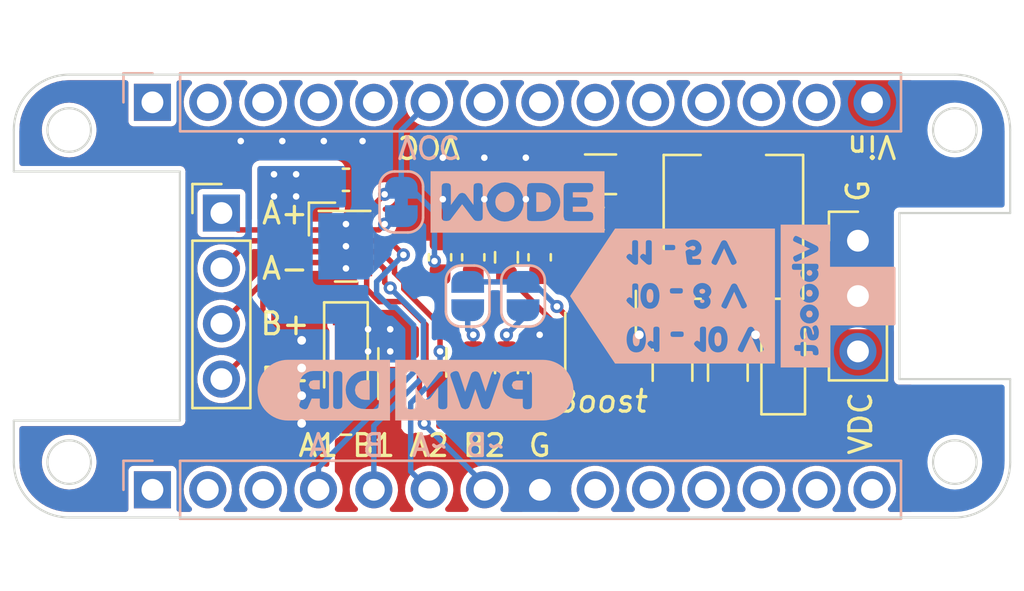
<source format=kicad_pcb>
(kicad_pcb (version 20211014) (generator pcbnew)
  (title_block (title "LiPo Boost and Motor Driver Extension Board") (date "2023-05-28") (rev "v1.0.0") (company "Shadman Habib"))
  (layers (0 "F.Cu" signal) (31 "B.Cu" signal) (34 "B.Paste" user) (35 "F.Paste" user) (36 "B.SilkS" user "B.Silkscreen") (37 "F.SilkS" user "F.Silkscreen") (38 "B.Mask" user) (39 "F.Mask" user) (44 "Edge.Cuts" user))
  (net 0 "")
  (net 4 "/Vin")
  (net 5 "GND")
  (net 6 "+3V3")
  (net 7 "Net-(C4-Pad1)")
  (net 8 "Vdrive")
  (net 15 "Net-(C6-Pad1)")
  (net 16 "/Vboost")
  (net 17 "Net-(D1-Pad2)")
  (net 18 "VDC")
  (net 19 "/AIN1")
  (net 20 "/BIN1")
  (net 21 "/AIN2")
  (net 22 "/BIN2")
  (net 23 "/M1+")
  (net 24 "/M1-")
  (net 25 "/M2-")
  (net 26 "/M2+")
  (net 39 "Net-(JP1-Pad2)")
  (net 40 "Net-(JP2-Pad1)")
  (net 41 "Net-(JP2-Pad2)")
  (net 42 "Net-(JP3-Pad2)")
  (net 43 "Net-(R1-Pad1)")
  (footprint "Capacitor_SMD:C_0603_1608Metric" (layer "F.Cu") (at 137.16 93.726)
    (fp_text reference "C5" hide)
    (fp_text value "0.1uF")
    (pad "1" smd roundrect locked (at -0.775 0) (size 0.9 0.95) (layers "F.Cu" "F.Paste" "F.Mask") (net 8 "Vdrive"))
    (pad "2" smd roundrect locked (at 0.775 0) (size 0.9 0.95) (layers "F.Cu" "F.Paste" "F.Mask") (net 5 "GND"))
  )
  (footprint "Capacitor_SMD:C_1206_3216Metric" (layer "F.Cu") (at 148.844 93.472 180)
    (fp_text reference "C1" hide)
    (fp_text value "10uF")
    (pad "1" smd roundrect locked (at -1.475 0 180) (size 1.15 1.8) (layers "F.Cu" "F.Paste" "F.Mask") (roundrect_rratio 0.217391) (net 4 "/Vin"))
    (pad "2" smd roundrect locked (at 1.475 0 180) (size 1.15 1.8) (layers "F.Cu" "F.Paste" "F.Mask") (roundrect_rratio 0.217391) (net 5 "GND"))
  )
  (footprint "Package_SON:WSON-12-1EP_3x2mm_P0.5mm_EP1x2.65" (layer "F.Cu") (at 137.16 96.774)
    (fp_text reference "U2" hide)
    (fp_text value "DRV8835")
    (pad "1" smd rect locked (at -0.95 -1.25) (size 0.5 0.25) (layers "F.Cu" "F.Paste" "F.Mask") (net 8 "Vdrive"))
    (pad "2" smd rect locked (at -0.95 -0.75) (size 0.5 0.25) (layers "F.Cu" "F.Paste" "F.Mask") (net 23 "/M1+"))
    (pad "3" smd rect locked (at -0.95 -0.25) (size 0.5 0.25) (layers "F.Cu" "F.Paste" "F.Mask") (net 24 "/M1-"))
    (pad "4" smd rect locked (at -0.95 0.25) (size 0.5 0.25) (layers "F.Cu" "F.Paste" "F.Mask") (net 26 "/M2+"))
    (pad "5" smd rect locked (at -0.95 0.75) (size 0.5 0.25) (layers "F.Cu" "F.Paste" "F.Mask") (net 25 "/M2-"))
    (pad "6" smd rect locked (at -0.95 1.25) (size 0.5 0.25) (layers "F.Cu" "F.Paste" "F.Mask") (net 5 "GND"))
    (pad "7" smd rect locked (at 0.95 1.25) (size 0.5 0.25) (layers "F.Cu" "F.Paste" "F.Mask") (net 22 "/BIN2"))
    (pad "8" smd rect locked (at 0.95 0.75) (size 0.5 0.25) (layers "F.Cu" "F.Paste" "F.Mask") (net 20 "/BIN1"))
    (pad "9" smd rect locked (at 0.95 0.25) (size 0.5 0.25) (layers "F.Cu" "F.Paste" "F.Mask") (net 21 "/AIN2"))
    (pad "10" smd rect locked (at 0.95 -0.25) (size 0.5 0.25) (layers "F.Cu" "F.Paste" "F.Mask") (net 19 "/AIN1"))
    (pad "11" smd rect locked (at 0.95 -0.75) (size 0.5 0.25) (layers "F.Cu" "F.Paste" "F.Mask") (net 39 "Net-(JP1-Pad2)"))
    (pad "12" smd rect locked (at 0.95 -1.25) (size 0.5 0.25) (layers "F.Cu" "F.Paste" "F.Mask") (net 6 "+3V3"))
    (pad "13" smd rect locked (at 0 0) (size 1 2.65) (layers "F.Cu" "F.Mask") (net 5 "GND"))
  )
  (footprint "Capacitor_SMD:C_0603_1608Metric" (layer "F.Cu") (at 143.002 97.282 90)
    (fp_text reference "C6" hide)
    (fp_text value "1.1nF")
    (pad "1" smd roundrect locked (at -0.775 0 90) (size 0.9 0.95) (layers "F.Cu" "F.Paste" "F.Mask") (net 15 "Net-(C6-Pad1)"))
    (pad "2" smd roundrect locked (at 0.775 0 90) (size 0.9 0.95) (layers "F.Cu" "F.Paste" "F.Mask") (net 5 "GND"))
  )
  (footprint "Resistor_SMD:R_0603_1608Metric" (layer "F.Cu") (at 143.002 102.362 90)
    (fp_text reference "R4" hide)
    (fp_text value "100k")
    (pad "1" smd roundrect locked (at -0.825 0 90) (size 0.8 0.95) (layers "F.Cu" "F.Paste" "F.Mask") (net 16 "/Vboost"))
    (pad "2" smd roundrect locked (at 0.825 0 90) (size 0.8 0.95) (layers "F.Cu" "F.Paste" "F.Mask") (net 42 "Net-(JP3-Pad2)"))
  )
  (footprint "Inductor_SMD:L_6.3x6.3_H3" (layer "F.Cu") (at 154.94 95.885 -90)
    (fp_text reference "L1" hide)
    (fp_text value "3.3uH")
    (pad "1" smd rect locked (at -2.75 0 270) (size 1.5 2.4) (layers "F.Cu" "F.Paste" "F.Mask") (net 4 "/Vin"))
    (pad "2" smd rect locked (at 2.75 0 270) (size 1.5 2.4) (layers "F.Cu" "F.Paste" "F.Mask") (net 17 "Net-(D1-Pad2)"))
  )
  (footprint "Capacitor_SMD:C_0603_1608Metric" (layer "F.Cu") (at 146.05 97.282 90)
    (fp_text reference "C4" hide)
    (fp_text value "0.1uF")
    (pad "1" smd roundrect locked (at -0.775 0 90) (size 0.9 0.95) (layers "F.Cu" "F.Paste" "F.Mask") (net 7 "Net-(C4-Pad1)"))
    (pad "2" smd roundrect locked (at 0.775 0 90) (size 0.9 0.95) (layers "F.Cu" "F.Paste" "F.Mask") (net 5 "GND"))
  )
  (footprint "Diode_SMD:D_SOD-123" (layer "F.Cu") (at 137.16 101.6 -90)
    (fp_text reference "D2" hide)
    (fp_text value "1N5819")
    (pad "1" smd rect locked (at -1.65 0 270) (size 0.9 1.2) (layers "F.Cu" "F.Paste" "F.Mask") (net 8 "Vdrive"))
    (pad "2" smd rect locked (at 1.65 0 270) (size 0.9 1.2) (layers "F.Cu" "F.Paste" "F.Mask") (net 18 "VDC"))
  )
  (footprint "Resistor_SMD:R_0603_1608Metric" (layer "F.Cu") (at 146.05 102.362 90)
    (fp_text reference "R3" hide)
    (fp_text value "18.2k")
    (pad "1" smd roundrect locked (at -0.825 0 90) (size 0.8 0.95) (layers "F.Cu" "F.Paste" "F.Mask") (net 40 "Net-(JP2-Pad1)"))
    (pad "2" smd roundrect locked (at 0.825 0 90) (size 0.8 0.95) (layers "F.Cu" "F.Paste" "F.Mask") (net 5 "GND"))
  )
  (footprint "Resistor_SMD:R_0603_1608Metric" (layer "F.Cu") (at 137.16 104.902 180)
    (fp_text reference "R5" hide)
    (fp_text value "100k")
    (pad "1" smd roundrect locked (at -0.825 0 180) (size 0.8 0.95) (layers "F.Cu" "F.Paste" "F.Mask") (net 18 "VDC"))
    (pad "2" smd roundrect locked (at 0.825 0 180) (size 0.8 0.95) (layers "F.Cu" "F.Paste" "F.Mask") (net 5 "GND"))
  )
  (footprint "Capacitor_SMD:C_1206_3216Metric" (layer "F.Cu") (at 154.686 102.235 90)
    (fp_text reference "C8" hide)
    (fp_text value "10uF")
    (pad "1" smd roundrect locked (at -1.475 0 90) (size 1.15 1.8) (layers "F.Cu" "F.Paste" "F.Mask") (roundrect_rratio 0.217391) (net 16 "/Vboost"))
    (pad "2" smd roundrect locked (at 1.475 0 90) (size 1.15 1.8) (layers "F.Cu" "F.Paste" "F.Mask") (roundrect_rratio 0.217391) (net 5 "GND"))
  )
  (footprint "Package_TO_SOT_SMD:SOT-23" (layer "F.Cu") (at 140.208 102.108 90)
    (fp_text reference "Q1" hide)
    (fp_text value "AO3401A")
    (pad "1" smd roundrect locked (at -0.9375 -0.95 90) (size 1.475 0.6) (layers "F.Cu" "F.Paste" "F.Mask") (net 18 "VDC"))
    (pad "2" smd roundrect locked (at -0.9375 0.95 90) (size 1.475 0.6) (layers "F.Cu" "F.Paste" "F.Mask") (net 16 "/Vboost"))
    (pad "3" smd roundrect locked (at 0.9375 0 90) (size 1.475 0.6) (layers "F.Cu" "F.Paste" "F.Mask") (net 8 "Vdrive"))
  )
  (footprint "Connector_PinHeader_2.54mm:PinHeader_1x03_P2.54mm_Vertical" (layer "F.Cu") (at 160.655 96.52)
    (fp_text reference "J2" hide)
    (fp_text value "Conn_01x03")
    (pad "1" thru_hole rect locked (at 0 0) (size 1.7 1.7) (drill 1) (layers *.Cu *.Mask) (net 5 "GND"))
    (pad "2" thru_hole oval locked (at 0 2.54) (size 1.7 1.7) (drill 1) (layers *.Cu *.Mask) (net 16 "/Vboost"))
    (pad "3" thru_hole oval locked (at 0 5.08) (size 1.7 1.7) (drill 1) (layers *.Cu *.Mask) (net 18 "VDC"))
  )
  (footprint "Resistor_SMD:R_0603_1608Metric" (layer "F.Cu") (at 144.526 102.362 90)
    (fp_text reference "R2" hide)
    (fp_text value "130k")
    (pad "1" smd roundrect locked (at -0.825 0 90) (size 0.8 0.95) (layers "F.Cu" "F.Paste" "F.Mask") (net 16 "/Vboost"))
    (pad "2" smd roundrect locked (at 0.825 0 90) (size 0.8 0.95) (layers "F.Cu" "F.Paste" "F.Mask") (net 41 "Net-(JP2-Pad2)"))
  )
  (footprint "Capacitor_SMD:C_1206_3216Metric" (layer "F.Cu") (at 152.146 102.235 90)
    (fp_text reference "C7" hide)
    (fp_text value "10uF")
    (pad "1" smd roundrect locked (at -1.475 0 90) (size 1.15 1.8) (layers "F.Cu" "F.Paste" "F.Mask") (roundrect_rratio 0.217391) (net 16 "/Vboost"))
    (pad "2" smd roundrect locked (at 1.475 0 90) (size 1.15 1.8) (layers "F.Cu" "F.Paste" "F.Mask") (roundrect_rratio 0.217391) (net 5 "GND"))
  )
  (footprint "Capacitor_SMD:C_0603_1608Metric" (layer "F.Cu") (at 148.844 95.504 180)
    (fp_text reference "C2" hide)
    (fp_text value "1uF")
    (pad "1" smd roundrect locked (at -0.775 0 180) (size 0.9 0.95) (layers "F.Cu" "F.Paste" "F.Mask") (net 4 "/Vin"))
    (pad "2" smd roundrect locked (at 0.775 0 180) (size 0.9 0.95) (layers "F.Cu" "F.Paste" "F.Mask") (net 5 "GND"))
  )
  (footprint "Connector_PinHeader_2.54mm:PinHeader_1x04_P2.54mm_Vertical" (layer "F.Cu") (at 131.445 95.25)
    (fp_text reference "J3" hide)
    (fp_text value "Conn_01x04")
    (pad "1" thru_hole rect locked (at 0 0) (size 1.7 1.7) (drill 1) (layers *.Cu *.Mask) (net 23 "/M1+"))
    (pad "2" thru_hole oval locked (at 0 2.54) (size 1.7 1.7) (drill 1) (layers *.Cu *.Mask) (net 24 "/M1-"))
    (pad "3" thru_hole oval locked (at 0 5.08) (size 1.7 1.7) (drill 1) (layers *.Cu *.Mask) (net 26 "/M2+"))
    (pad "4" thru_hole oval locked (at 0 7.62) (size 1.7 1.7) (drill 1) (layers *.Cu *.Mask) (net 25 "/M2-"))
  )
  (footprint "Diode_SMD:D_SOD-123" (layer "F.Cu") (at 157.226 102.235 90)
    (fp_text reference "D1" hide)
    (fp_text value "1N5819")
    (pad "1" smd rect locked (at -1.65 0 90) (size 0.9 1.2) (layers "F.Cu" "F.Paste" "F.Mask") (net 16 "/Vboost"))
    (pad "2" smd rect locked (at 1.65 0 90) (size 0.9 1.2) (layers "F.Cu" "F.Paste" "F.Mask") (net 17 "Net-(D1-Pad2)"))
  )
  (footprint "Package_SO:VSSOP-8_3.0x3.0mm_P0.65mm" (layer "F.Cu") (at 148.844 99.822 90)
    (fp_text reference "U1" hide)
    (fp_text value "TPS61085T")
    (pad "1" smd rect locked (at -2.2 -0.975) (size 0.45 1.45) (layers "F.Cu" "F.Paste" "F.Mask") (net 43 "Net-(R1-Pad1)"))
    (pad "2" smd rect locked (at -2.2 -0.325) (size 0.45 1.45) (layers "F.Cu" "F.Paste" "F.Mask") (net 40 "Net-(JP2-Pad1)"))
    (pad "3" smd rect locked (at -2.2 0.325) (size 0.45 1.45) (layers "F.Cu" "F.Paste" "F.Mask") (net 4 "/Vin"))
    (pad "4" smd rect locked (at -2.2 0.975) (size 0.45 1.45) (layers "F.Cu" "F.Paste" "F.Mask") (net 5 "GND"))
    (pad "5" smd rect locked (at 2.2 0.975) (size 0.45 1.45) (layers "F.Cu" "F.Paste" "F.Mask") (net 17 "Net-(D1-Pad2)"))
    (pad "6" smd rect locked (at 2.2 0.325) (size 0.45 1.45) (layers "F.Cu" "F.Paste" "F.Mask") (net 4 "/Vin"))
    (pad "7" smd rect locked (at 2.2 -0.325) (size 0.45 1.45) (layers "F.Cu" "F.Paste" "F.Mask") (net 4 "/Vin"))
    (pad "8" smd rect locked (at 2.2 -0.975) (size 0.45 1.45) (layers "F.Cu" "F.Paste" "F.Mask") (net 7 "Net-(C4-Pad1)"))
  )
  (footprint "Capacitor_SMD:C_0603_1608Metric" (layer "F.Cu") (at 141.478 97.282 -90)
    (fp_text reference "C3" hide)
    (fp_text value "0.1uF")
    (pad "1" smd roundrect locked (at -0.775 0 270) (size 0.9 0.95) (layers "F.Cu" "F.Paste" "F.Mask") (net 5 "GND"))
    (pad "2" smd roundrect locked (at 0.775 0 270) (size 0.9 0.95) (layers "F.Cu" "F.Paste" "F.Mask") (net 6 "+3V3"))
  )
  (footprint "Resistor_SMD:R_0603_1608Metric" (layer "F.Cu") (at 144.526 97.282 90)
    (fp_text reference "R1" hide)
    (fp_text value "30k")
    (pad "1" smd roundrect locked (at -0.825 0 90) (size 0.8 0.95) (layers "F.Cu" "F.Paste" "F.Mask") (net 43 "Net-(R1-Pad1)"))
    (pad "2" smd roundrect locked (at 0.825 0 90) (size 0.8 0.95) (layers "F.Cu" "F.Paste" "F.Mask") (net 15 "Net-(C6-Pad1)"))
  )
  (footprint "Jumper:SolderJumper-2_P1.3mm_Open_RoundedPad1.0x1.5mm" (layer "B.Cu") (at 145.288 99.06 -90)
    (fp_text reference "JP2" hide)
    (fp_text value "SolderJumper_2_Open")
    (pad "1" smd custom locked (at -0.65 0 270) (size 1 0.5) (layers "B.Cu" "B.Mask") (net 40 "Net-(JP2-Pad1)") (options (clearance outline) (anchor rect)) (primitives (gr_circle (center 0 -0.25) (end 0.5 -0.25) (width 0) (fill yes)) (gr_circle (center 0 0.25) (end 0.5 0.25) (width 0) (fill yes)) (gr_poly (pts (xy 0.5 0.75) (xy 0 0.75) (xy 0 -0.75) (xy 0.5 -0.75)) (width 0) (fill yes))))
    (pad "2" smd custom locked (at 0.65 0 270) (size 1 0.5) (layers "B.Cu" "B.Mask") (net 41 "Net-(JP2-Pad2)") (options (clearance outline) (anchor rect)) (primitives (gr_circle (center 0 -0.25) (end 0.5 -0.25) (width 0) (fill yes)) (gr_circle (center 0 0.25) (end 0.5 0.25) (width 0) (fill yes)) (gr_poly (pts (xy 0 0.75) (xy -0.5 0.75) (xy -0.5 -0.75) (xy 0 -0.75)) (width 0) (fill yes))))
  )
  (footprint "kibuzzard-6471C20C" (layer "B.Cu") (at 158.242 99.06 -90)
    (fp_text reference "kibuzzard-6471C20C" hide)
    (fp_text value "G***" hide)
  )
  (footprint "kibuzzard-6471BDC6" (layer "B.Cu") (at 136.144 103.378 180)
    (fp_text reference "kibuzzard-6471BDC6" hide)
    (fp_text value "G***" hide)
  )
  (footprint "kibuzzard-6471C159" (layer "B.Cu") (at 152.146 99.06)
    (fp_text reference "kibuzzard-6471C159" hide)
    (fp_text value "G***" hide)
  )
  (footprint "Connector_PinHeader_2.54mm:PinHeader_1x14_P2.54mm_Vertical" (layer "B.Cu") (at 128.28 90.17 -90)
    (fp_text reference "J4" hide)
    (fp_text value "Conn_01x14")
    (pad "1" thru_hole rect locked (at 0 0 270) (size 1.7 1.7) (drill 1) (layers *.Cu *.Mask))
    (pad "2" thru_hole oval locked (at 0 -2.54 270) (size 1.7 1.7) (drill 1) (layers *.Cu *.Mask))
    (pad "3" thru_hole oval locked (at 0 -5.08 270) (size 1.7 1.7) (drill 1) (layers *.Cu *.Mask))
    (pad "4" thru_hole oval locked (at 0 -7.62 270) (size 1.7 1.7) (drill 1) (layers *.Cu *.Mask))
    (pad "5" thru_hole oval locked (at 0 -10.16 270) (size 1.7 1.7) (drill 1) (layers *.Cu *.Mask))
    (pad "6" thru_hole oval locked (at 0 -12.7 270) (size 1.7 1.7) (drill 1) (layers *.Cu *.Mask) (net 6 "+3V3"))
    (pad "7" thru_hole oval locked (at 0 -15.24 270) (size 1.7 1.7) (drill 1) (layers *.Cu *.Mask))
    (pad "8" thru_hole oval locked (at 0 -17.78 270) (size 1.7 1.7) (drill 1) (layers *.Cu *.Mask))
    (pad "9" thru_hole oval locked (at 0 -20.32 270) (size 1.7 1.7) (drill 1) (layers *.Cu *.Mask))
    (pad "10" thru_hole oval locked (at 0 -22.86 270) (size 1.7 1.7) (drill 1) (layers *.Cu *.Mask))
    (pad "11" thru_hole oval locked (at 0 -25.4 270) (size 1.7 1.7) (drill 1) (layers *.Cu *.Mask))
    (pad "12" thru_hole oval locked (at 0 -27.94 270) (size 1.7 1.7) (drill 1) (layers *.Cu *.Mask))
    (pad "13" thru_hole oval locked (at 0 -30.48 270) (size 1.7 1.7) (drill 1) (layers *.Cu *.Mask))
    (pad "14" thru_hole oval locked (at 0 -33.02 270) (size 1.7 1.7) (drill 1) (layers *.Cu *.Mask) (net 4 "/Vin"))
  )
  (footprint "Connector_PinHeader_2.54mm:PinHeader_1x14_P2.54mm_Vertical" (layer "B.Cu") (at 128.28 107.95 -90)
    (fp_text reference "J1" hide)
    (fp_text value "Conn_01x14")
    (pad "1" thru_hole rect locked (at 0 0 270) (size 1.7 1.7) (drill 1) (layers *.Cu *.Mask))
    (pad "2" thru_hole oval locked (at 0 -2.54 270) (size 1.7 1.7) (drill 1) (layers *.Cu *.Mask))
    (pad "3" thru_hole oval locked (at 0 -5.08 270) (size 1.7 1.7) (drill 1) (layers *.Cu *.Mask))
    (pad "4" thru_hole oval locked (at 0 -7.62 270) (size 1.7 1.7) (drill 1) (layers *.Cu *.Mask) (net 19 "/AIN1"))
    (pad "5" thru_hole oval locked (at 0 -10.16 270) (size 1.7 1.7) (drill 1) (layers *.Cu *.Mask) (net 20 "/BIN1"))
    (pad "6" thru_hole oval locked (at 0 -12.7 270) (size 1.7 1.7) (drill 1) (layers *.Cu *.Mask) (net 21 "/AIN2"))
    (pad "7" thru_hole oval locked (at 0 -15.24 270) (size 1.7 1.7) (drill 1) (layers *.Cu *.Mask) (net 22 "/BIN2"))
    (pad "8" thru_hole oval locked (at 0 -17.78 270) (size 1.7 1.7) (drill 1) (layers *.Cu *.Mask) (net 5 "GND"))
    (pad "9" thru_hole oval locked (at 0 -20.32 270) (size 1.7 1.7) (drill 1) (layers *.Cu *.Mask))
    (pad "10" thru_hole oval locked (at 0 -22.86 270) (size 1.7 1.7) (drill 1) (layers *.Cu *.Mask))
    (pad "11" thru_hole oval locked (at 0 -25.4 270) (size 1.7 1.7) (drill 1) (layers *.Cu *.Mask))
    (pad "12" thru_hole oval locked (at 0 -27.94 270) (size 1.7 1.7) (drill 1) (layers *.Cu *.Mask))
    (pad "13" thru_hole oval locked (at 0 -30.48 270) (size 1.7 1.7) (drill 1) (layers *.Cu *.Mask))
    (pad "14" thru_hole oval locked (at 0 -33.02 270) (size 1.7 1.7) (drill 1) (layers *.Cu *.Mask))
  )
  (footprint "kibuzzard-6471BDE7" (layer "B.Cu") (at 143.51 103.378 180)
    (fp_text reference "kibuzzard-6471BDE7" hide)
    (fp_text value "G***" hide)
  )
  (footprint "Jumper:SolderJumper-2_P1.3mm_Open_RoundedPad1.0x1.5mm" (layer "B.Cu") (at 142.748 99.06 -90)
    (fp_text reference "JP3" hide)
    (fp_text value "SolderJumper_2_Open")
    (pad "1" smd custom locked (at -0.65 0 270) (size 1 0.5) (layers "B.Cu" "B.Mask") (net 40 "Net-(JP2-Pad1)") (options (clearance outline) (anchor rect)) (primitives (gr_circle (center 0 -0.25) (end 0.5 -0.25) (width 0) (fill yes)) (gr_circle (center 0 0.25) (end 0.5 0.25) (width 0) (fill yes)) (gr_poly (pts (xy 0.5 0.75) (xy 0 0.75) (xy 0 -0.75) (xy 0.5 -0.75)) (width 0) (fill yes))))
    (pad "2" smd custom locked (at 0.65 0 270) (size 1 0.5) (layers "B.Cu" "B.Mask") (net 42 "Net-(JP3-Pad2)") (options (clearance outline) (anchor rect)) (primitives (gr_circle (center 0 -0.25) (end 0.5 -0.25) (width 0) (fill yes)) (gr_circle (center 0 0.25) (end 0.5 0.25) (width 0) (fill yes)) (gr_poly (pts (xy 0 0.75) (xy -0.5 0.75) (xy -0.5 -0.75) (xy 0 -0.75)) (width 0) (fill yes))))
  )
  (footprint "Jumper:SolderJumper-2_P1.3mm_Bridged_RoundedPad1.0x1.5mm" (layer "B.Cu") (at 139.7 94.742 -90)
    (fp_text reference "JP1" hide)
    (fp_text value "SolderJumper_2_Bridged")
    (fp_poly (pts (xy 0.25 0.3) (xy -0.25 0.3) (xy -0.25 -0.3) (xy 0.25 -0.3)) (layer "B.Cu") (width 0) (fill solid))
    (pad "1" smd custom locked (at -0.65 0 270) (size 1 0.5) (layers "B.Cu" "B.Mask") (net 6 "+3V3") (options (clearance outline) (anchor rect)) (primitives (gr_circle (center 0 -0.25) (end 0.5 -0.25) (width 0) (fill yes)) (gr_circle (center 0 0.25) (end 0.5 0.25) (width 0) (fill yes)) (gr_poly (pts (xy 0.5 0.75) (xy 0 0.75) (xy 0 -0.75) (xy 0.5 -0.75)) (width 0) (fill yes))))
    (pad "2" smd custom locked (at 0.65 0 270) (size 1 0.5) (layers "B.Cu" "B.Mask") (net 39 "Net-(JP1-Pad2)") (options (clearance outline) (anchor rect)) (primitives (gr_circle (center 0 -0.25) (end 0.5 -0.25) (width 0) (fill yes)) (gr_circle (center 0 0.25) (end 0.5 0.25) (width 0) (fill yes)) (gr_poly (pts (xy 0 0.75) (xy -0.5 0.75) (xy -0.5 -0.75) (xy 0 -0.75)) (width 0) (fill yes))))
  )
  (footprint "kibuzzard-6471BF11" (layer "B.Cu") (at 145.034 94.742)
    (fp_text reference "kibuzzard-6471BF11" hide)
    (fp_text value "G***" hide)
  )
  (gr_rect (start 162.306 97.79) (end 159.258 100.33) (layer "B.SilkS") (width 0.15) (fill solid))
  (gr_line (start 129.54 104.775) (end 129.54 93.345) (layer "Edge.Cuts") (width 0.1))
  (gr_circle (center 165.1 106.68) (end 166.1 106.68) (layer "Edge.Cuts") (width 0.1) (fill none))
  (gr_line (start 162.56 95.25) (end 167.64 95.25) (layer "Edge.Cuts") (width 0.1))
  (gr_line (start 124.46 88.9) (end 165.1 88.9) (layer "Edge.Cuts") (width 0.1))
  (gr_arc (start 121.92 91.44) (mid 122.663949 89.643949) (end 124.46 88.9) (layer "Edge.Cuts") (width 0.1))
  (gr_line (start 121.92 104.775) (end 129.54 104.775) (layer "Edge.Cuts") (width 0.1))
  (gr_arc (start 165.1 88.9) (mid 166.896051 89.643949) (end 167.64 91.44) (layer "Edge.Cuts") (width 0.1))
  (gr_line (start 162.56 102.87) (end 162.56 95.25) (layer "Edge.Cuts") (width 0.1))
  (gr_arc (start 124.46 109.22) (mid 122.663949 108.476051) (end 121.92 106.68) (layer "Edge.Cuts") (width 0.1))
  (gr_circle (center 165.1 91.44) (end 166.1 91.44) (layer "Edge.Cuts") (width 0.1) (fill none))
  (gr_line (start 167.64 95.25) (end 167.64 91.44) (layer "Edge.Cuts") (width 0.1))
  (gr_line (start 167.64 102.87) (end 162.56 102.87) (layer "Edge.Cuts") (width 0.1))
  (gr_line (start 121.92 104.775) (end 121.92 106.68) (layer "Edge.Cuts") (width 0.1))
  (gr_line (start 167.64 106.68) (end 167.64 102.87) (layer "Edge.Cuts") (width 0.1))
  (gr_line (start 121.92 93.345) (end 121.92 91.44) (layer "Edge.Cuts") (width 0.1))
  (gr_line (start 165.1 109.22) (end 124.46 109.22) (layer "Edge.Cuts") (width 0.1))
  (gr_arc (start 167.64 106.68) (mid 166.896051 108.476051) (end 165.1 109.22) (layer "Edge.Cuts") (width 0.1))
  (gr_circle (center 124.46 106.68) (end 125.46 106.68) (layer "Edge.Cuts") (width 0.1) (fill none))
  (gr_line (start 129.54 93.345) (end 121.92 93.345) (layer "Edge.Cuts") (width 0.1))
  (gr_circle (center 124.46 91.44) (end 125.46 91.44) (layer "Edge.Cuts") (width 0.1) (fill none))
  (gr_text "VCC" (at 140.97 92.202 -180) (layer "B.SilkS") (effects (font (size 1 1)) (justify mirror)))
  (gr_text "~A" (at 140.97 105.918) (layer "B.SilkS") (effects (font (size 1 1)) (justify mirror)))
  (gr_text "A" (at 135.89 105.918) (layer "B.SilkS") (effects (font (size 1 1)) (justify mirror)))
  (gr_text "B" (at 138.43 105.918) (layer "B.SilkS") (effects (font (size 1 1)) (justify mirror)))
  (gr_text "~B" (at 143.51 105.918) (layer "B.SilkS") (effects (font (size 1 1)) (justify mirror)))
  (gr_text "A+" (at 134.366 95.25) (layer "F.SilkS") (effects (font (size 1 1))))
  (gr_text "B2" (at 143.51 105.918) (layer "F.SilkS") (effects (font (size 1 1))))
  (gr_text "VDC" (at 160.782 104.902 90) (layer "F.SilkS") (effects (font (size 1 1))))
  (gr_text "A2" (at 140.97 105.918) (layer "F.SilkS") (effects (font (size 1 1))))
  (gr_text "G" (at 160.655 94.234 90) (layer "F.SilkS") (effects (font (size 1 1))))
  (gr_text "B+" (at 134.366 100.33) (layer "F.SilkS") (effects (font (size 1 1))))
  (gr_text "A1" (at 135.89 105.918) (layer "F.SilkS") (effects (font (size 1 1))))
  (gr_text "B1" (at 138.43 105.918) (layer "F.SilkS") (effects (font (size 1 1))))
  (gr_text "A-" (at 134.366 97.79) (layer "F.SilkS") (effects (font (size 1 1))))
  (gr_text "G" (at 146.05 105.918) (layer "F.SilkS") (effects (font (size 1 1))))
  (gr_text "Boost" (at 148.844 103.886) (layer "F.SilkS") (effects (font (size 1 1) (thickness 0.15) italic)))
  (gr_text "VCC" (at 140.97 92.202 180) (layer "F.SilkS") (effects (font (size 1 1))))
  (gr_text "B-" (at 134.366 102.87) (layer "F.SilkS") (effects (font (size 1 1))))
  (gr_text "Vin" (at 161.29 92.202 180) (layer "F.SilkS") (effects (font (size 1 1))))
  (segment (start 147.574 99.568) (end 147.574 99.06) (width 0.25) (layer "F.Cu") (net 4))
  (segment (start 147.574 99.06) (end 147.828 98.806) (width 0.25) (layer "F.Cu") (net 4))
  (segment (start 149.169 101.163) (end 147.574 99.568) (width 0.25) (layer "F.Cu") (net 4))
  (segment (start 148.519 98.571022) (end 148.519 97.622) (width 0.25) (layer "F.Cu") (net 4))
  (segment (start 149.169 102.022) (end 149.169 101.163) (width 0.25) (layer "F.Cu") (net 4))
  (segment (start 148.284022 98.806) (end 148.519 98.571022) (width 0.25) (layer "F.Cu") (net 4))
  (segment (start 147.828 98.806) (end 148.284022 98.806) (width 0.25) (layer "F.Cu") (net 4))
  (segment (start 152.146 100.76) (end 154.686 100.76) (width 1) (layer "F.Cu") (net 5))
  (segment (start 146.05 101.537) (end 146.05 100.838) (width 0.25) (layer "F.Cu") (net 5))
  (via (at 137.16 96.774) (size 0.6) (drill 0.3) (layers "F.Cu" "B.Cu") (net 5))
  (via (at 143.51 92.71) (size 0.6) (drill 0.3) (layers "F.Cu" "B.Cu") (net 5))
  (via (at 145.415 94.615) (size 0.6) (drill 0.3) (layers "F.Cu" "B.Cu") (net 5))
  (via (at 143.51 94.615) (size 0.6) (drill 0.3) (layers "F.Cu" "B.Cu") (net 5))
  (via (at 137.16 97.79) (size 0.6) (drill 0.3) (layers "F.Cu" "B.Cu") (net 5))
  (via (at 135.128 101.092) (size 0.8) (drill 0.4) (layers "F.Cu" "B.Cu") (net 5))
  (via (at 137.922 91.948) (size 0.6) (drill 0.3) (layers "F.Cu" "B.Cu") (net 5))
  (via (at 136.144 91.948) (size 0.6) (drill 0.3) (layers "F.Cu" "B.Cu") (net 5))
  (via (at 134.239 91.948) (size 0.6) (drill 0.3) (layers "F.Cu" "B.Cu") (net 5))
  (via (at 155.956 100.838) (size 0.8) (drill 0.4) (layers "F.Cu" "B.Cu") (net 5))
  (via (at 135.128 102.362) (size 0.8) (drill 0.4) (layers "F.Cu" "B.Cu") (net 5))
  (via (at 141.605 94.615) (size 0.6) (drill 0.3) (layers "F.Cu" "B.Cu") (net 5))
  (via (at 150.622 100.838) (size 0.8) (drill 0.4) (layers "F.Cu" "B.Cu") (net 5))
  (via (at 146.05 100.838) (size 0.6) (drill 0.3) (layers "F.Cu" "B.Cu") (net 5))
  (via (at 145.415 92.71) (size 0.6) (drill 0.3) (layers "F.Cu" "B.Cu") (net 5))
  (via (at 132.334 91.948) (size 0.6) (drill 0.3) (layers "F.Cu" "B.Cu") (net 5))
  (via (at 135.128 104.902) (size 0.8) (drill 0.4) (layers "F.Cu" "B.Cu") (net 5))
  (via (at 137.16 95.758) (size 0.6) (drill 0.3) (layers "F.Cu" "B.Cu") (net 5))
  (via (at 135.128 103.632) (size 0.8) (drill 0.4) (layers "F.Cu" "B.Cu") (net 5))
  (via (at 141.605 92.71) (size 0.6) (drill 0.3) (layers "F.Cu" "B.Cu") (net 5))
  (segment (start 141.222731 97.456481) (end 141.222731 97.801731) (width 0.25) (layer "F.Cu") (net 6))
  (segment (start 141.222731 97.801731) (end 141.478 98.057) (width 0.25) (layer "F.Cu") (net 6))
  (segment (start 138.11 95.21789) (end 138.93517 94.39272) (width 0.25) (layer "F.Cu") (net 6))
  (segment (start 138.11 95.524) (end 138.11 95.21789) (width 0.25) (layer "F.Cu") (net 6))
  (via (at 138.93517 94.39272) (size 0.6) (drill 0.3) (layers "F.Cu" "B.Cu") (net 6))
  (via (at 141.222731 97.456481) (size 0.6) (drill 0.3) (layers "F.Cu" "B.Cu") (net 6))
  (segment (start 139.39928 94.39272) (end 139.7 94.092) (width 0.25) (layer "B.Cu") (net 6))
  (segment (start 138.93517 94.39272) (end 139.39928 94.39272) (width 0.25) (layer "B.Cu") (net 6))
  (segment (start 139.7 91.45) (end 140.98 90.17) (width 0.25) (layer "B.Cu") (net 6))
  (segment (start 141.222731 95.205791) (end 141.222731 97.456481) (width 0.25) (layer "B.Cu") (net 6))
  (segment (start 140.10894 94.092) (end 141.222731 95.205791) (width 0.25) (layer "B.Cu") (net 6))
  (segment (start 139.7 94.092) (end 140.10894 94.092) (width 0.25) (layer "B.Cu") (net 6))
  (segment (start 139.7 91.45) (end 139.7 94.092) (width 0.25) (layer "B.Cu") (net 6))
  (segment (start 147.434 98.057) (end 147.869 97.622) (width 0.25) (layer "F.Cu") (net 7))
  (segment (start 146.05 98.057) (end 147.434 98.057) (width 0.25) (layer "F.Cu") (net 7))
  (via (at 133.858 93.472) (size 0.6) (drill 0.3) (layers "F.Cu" "B.Cu") (net 8))
  (via (at 134.874 93.472) (size 0.6) (drill 0.3) (layers "F.Cu" "B.Cu") (net 8))
  (via (at 133.858 94.488) (size 0.6) (drill 0.3) (layers "F.Cu" "B.Cu") (net 8))
  (via (at 134.874 94.488) (size 0.6) (drill 0.3) (layers "F.Cu" "B.Cu") (net 8))
  (via (at 139.192 101.6) (size 0.6) (drill 0.3) (layers "F.Cu" "B.Cu") (net 8))
  (via (at 139.192 100.584) (size 0.6) (drill 0.3) (layers "F.Cu" "B.Cu") (net 8))
  (via (at 138.176 101.6) (size 0.6) (drill 0.3) (layers "F.Cu" "B.Cu") (net 8))
  (via (at 138.176 100.584) (size 0.6) (drill 0.3) (layers "F.Cu" "B.Cu") (net 8))
  (segment (start 143.002 97.981) (end 144.526 96.457) (width 0.25) (layer "F.Cu") (net 15))
  (segment (start 143.002 98.057) (end 143.002 97.981) (width 0.25) (layer "F.Cu") (net 15))
  (segment (start 139.797406 97.168489) (end 139.152917 96.524) (width 0.25) (layer "F.Cu") (net 19))
  (segment (start 139.152917 96.524) (end 138.11 96.524) (width 0.25) (layer "F.Cu") (net 19))
  (via (at 139.797406 97.168489) (size 0.6) (drill 0.3) (layers "F.Cu" "B.Cu") (net 19))
  (segment (start 138.567489 98.945843) (end 138.567489 98.398406) (width 0.25) (layer "B.Cu") (net 19))
  (segment (start 135.9 106.922564) (end 138.683282 104.139282) (width 0.25) (layer "B.Cu") (net 19))
  (segment (start 140.207282 102.615282) (end 140.26648 102.556084) (width 0.25) (layer "B.Cu") (net 19))
  (segment (start 138.683282 104.139282) (end 140.207282 102.615282) (width 0.25) (layer "B.Cu") (net 19))
  (segment (start 140.26648 100.584) (end 140.26648 100.397359) (width 0.25) (layer "B.Cu") (net 19))
  (segment (start 135.9 107.95) (end 135.9 106.922564) (width 0.25) (layer "B.Cu") (net 19))
  (segment (start 138.567489 98.398406) (end 139.797406 97.168489) (width 0.25) (layer "B.Cu") (net 19))
  (segment (start 139.194085 99.572439) (end 138.567489 98.945843) (width 0.25) (layer "B.Cu") (net 19))
  (segment (start 139.44156 99.572439) (end 139.194085 99.572439) (width 0.25) (layer "B.Cu") (net 19))
  (segment (start 140.26648 102.556084) (end 140.26648 100.584) (width 0.25) (layer "B.Cu") (net 19))
  (segment (start 140.26648 100.397359) (end 139.44156 99.572439) (width 0.25) (layer "B.Cu") (net 19))
  (segment (start 138.940339 98.4355) (end 138.940339 97.830317) (width 0.25) (layer "F.Cu") (net 20))
  (segment (start 138.634022 97.524) (end 138.11 97.524) (width 0.25) (layer "F.Cu") (net 20))
  (segment (start 139.192 98.687161) (end 138.940339 98.4355) (width 0.25) (layer "F.Cu") (net 20))
  (segment (start 138.940339 97.830317) (end 138.634022 97.524) (width 0.25) (layer "F.Cu") (net 20))
  (via (at 139.192 98.687161) (size 0.6) (drill 0.3) (layers "F.Cu" "B.Cu") (net 20))
  (segment (start 140.716 100.211161) (end 140.716 102.742282) (width 0.25) (layer "B.Cu") (net 20))
  (segment (start 140.716 102.742282) (end 138.44 105.018282) (width 0.25) (layer "B.Cu") (net 20))
  (segment (start 139.192 98.687161) (end 140.716 100.211161) (width 0.25) (layer "B.Cu") (net 20))
  (segment (start 138.44 105.018282) (end 138.44 107.95) (width 0.25) (layer "B.Cu") (net 20))
  (segment (start 138.76974 97.024) (end 138.11 97.024) (width 0.25) (layer "F.Cu") (net 21))
  (segment (start 139.389859 97.644119) (end 138.76974 97.024) (width 0.25) (layer "F.Cu") (net 21))
  (segment (start 139.389859 97.987859) (end 139.389859 97.644119) (width 0.25) (layer "F.Cu") (net 21))
  (segment (start 139.816511 98.734721) (end 139.816511 98.414511) (width 0.25) (layer "F.Cu") (net 21))
  (segment (start 141.478 101.6) (end 141.478 100.39621) (width 0.25) (layer "F.Cu") (net 21))
  (segment (start 141.478 100.39621) (end 139.816511 98.734721) (width 0.25) (layer "F.Cu") (net 21))
  (segment (start 139.816511 98.414511) (end 139.389859 97.987859) (width 0.25) (layer "F.Cu") (net 21))
  (via (at 141.478 101.6) (size 0.6) (drill 0.3) (layers "F.Cu" "B.Cu") (net 21))
  (segment (start 140.13 107.1) (end 140.13 103.964) (width 0.25) (layer "B.Cu") (net 21))
  (segment (start 141.478 102.616) (end 141.478 101.6) (width 0.25) (layer "B.Cu") (net 21))
  (segment (start 140.13 103.964) (end 141.478 102.616) (width 0.25) (layer "B.Cu") (net 21))
  (segment (start 140.98 107.95) (end 140.13 107.1) (width 0.25) (layer "B.Cu") (net 21))
  (segment (start 140.53348 104.68098) (end 140.53348 102.261448) (width 0.25) (layer "F.Cu") (net 22))
  (segment (start 140.7545 104.902) (end 140.53348 104.68098) (width 0.25) (layer "F.Cu") (net 22))
  (segment (start 140.83252 101.962408) (end 140.83252 100.386448) (width 0.25) (layer "F.Cu") (net 22))
  (segment (start 138.11 98.74) (end 138.11 98.024) (width 0.25) (layer "F.Cu") (net 22))
  (segment (start 140.83252 100.386448) (end 139.760072 99.314) (width 0.25) (layer "F.Cu") (net 22))
  (segment (start 139.760072 99.314) (end 138.684 99.314) (width 0.25) (layer "F.Cu") (net 22))
  (segment (start 140.53348 102.261448) (end 140.83252 101.962408) (width 0.25) (layer "F.Cu") (net 22))
  (segment (start 138.684 99.314) (end 138.11 98.74) (width 0.25) (layer "F.Cu") (net 22))
  (via (at 140.7545 104.902) (size 0.6) (drill 0.3) (layers "F.Cu" "B.Cu") (net 22))
  (segment (start 143.52 107.706) (end 143.52 107.95) (width 0.25) (layer "B.Cu") (net 22))
  (segment (start 140.7545 104.9405) (end 143.52 107.706) (width 0.25) (layer "B.Cu") (net 22))
  (segment (start 140.7545 104.902) (end 140.7545 104.9405) (width 0.25) (layer "B.Cu") (net 22))
  (segment (start 136.21 96.024) (end 132.219 96.024) (width 0.25) (layer "F.Cu") (net 23))
  (segment (start 132.219 96.024) (end 131.445 95.25) (width 0.25) (layer "F.Cu") (net 23))
  (segment (start 132.711 96.524) (end 131.445 97.79) (width 0.25) (layer "F.Cu") (net 24))
  (segment (start 136.21 96.524) (end 132.711 96.524) (width 0.25) (layer "F.Cu") (net 24))
  (segment (start 136.21 97.524) (end 134.886718 97.524) (width 0.25) (layer "F.Cu") (net 25))
  (segment (start 133.35 100.965) (end 131.445 102.87) (width 0.25) (layer "F.Cu") (net 25))
  (segment (start 134.886718 97.524) (end 133.35 99.060718) (width 0.25) (layer "F.Cu") (net 25))
  (segment (start 133.35 99.060718) (end 133.35 100.965) (width 0.25) (layer "F.Cu") (net 25))
  (segment (start 136.21 97.024) (end 134.751 97.024) (width 0.25) (layer "F.Cu") (net 26))
  (segment (start 134.751 97.024) (end 131.445 100.33) (width 0.25) (layer "F.Cu") (net 26))
  (segment (start 138.672 96.024) (end 138.938 95.758) (width 0.25) (layer "F.Cu") (net 39))
  (segment (start 138.11 96.024) (end 138.672 96.024) (width 0.25) (layer "F.Cu") (net 39))
  (via (at 138.938 95.758) (size 0.6) (drill 0.3) (layers "F.Cu" "B.Cu") (net 39))
  (segment (start 139.334 95.758) (end 139.7 95.392) (width 0.25) (layer "B.Cu") (net 39))
  (segment (start 138.938 95.758) (end 139.334 95.758) (width 0.25) (layer "B.Cu") (net 39))
  (segment (start 148.519 102.022) (end 148.519 101.216822) (width 0.25) (layer "F.Cu") (net 40))
  (segment (start 146.05 103.187) (end 148.303022 103.187) (width 0.25) (layer "F.Cu") (net 40))
  (segment (start 148.519 102.971022) (end 148.519 102.022) (width 0.25) (layer "F.Cu") (net 40))
  (segment (start 148.303022 103.187) (end 148.519 102.971022) (width 0.25) (layer "F.Cu") (net 40))
  (segment (start 148.519 101.216822) (end 146.841089 99.538911) (width 0.25) (layer "F.Cu") (net 40))
  (via (at 146.841089 99.538911) (size 0.6) (drill 0.3) (layers "F.Cu" "B.Cu") (net 40))
  (segment (start 145.288 98.41) (end 145.712178 98.41) (width 0.25) (layer "B.Cu") (net 40))
  (segment (start 145.712178 98.41) (end 146.841089 99.538911) (width 0.25) (layer "B.Cu") (net 40))
  (segment (start 142.748 98.41) (end 145.288 98.41) (width 0.25) (layer "B.Cu") (net 40))
  (segment (start 144.526 100.838) (end 144.526 101.537) (width 0.25) (layer "F.Cu") (net 41))
  (via (at 144.526 100.838) (size 0.6) (drill 0.3) (layers "F.Cu" "B.Cu") (net 41))
  (segment (start 145.288 100.076) (end 144.526 100.838) (width 0.25) (layer "B.Cu") (net 41))
  (segment (start 145.288 99.71) (end 145.288 100.076) (width 0.25) (layer "B.Cu") (net 41))
  (segment (start 143.002 100.838) (end 143.002 101.537) (width 0.25) (layer "F.Cu") (net 42))
  (via (at 143.002 100.838) (size 0.6) (drill 0.3) (layers "F.Cu" "B.Cu") (net 42))
  (segment (start 142.748 100.584) (end 143.002 100.838) (width 0.25) (layer "B.Cu") (net 42))
  (segment (start 142.748 99.71) (end 142.748 100.584) (width 0.25) (layer "B.Cu") (net 42))
  (segment (start 144.526 98.107) (end 147.869 101.45) (width 0.25) (layer "F.Cu") (net 43))
  (segment (start 147.869 101.45) (end 147.869 102.022) (width 0.25) (layer "F.Cu") (net 43))
  (zone (net 5) (net_name "GND") (layer "F.Cu") (connect_pads yes (clearance 0.254)) (min_thickness 0.254) (fill yes (thermal_gap 0.254) (thermal_bridge_width 0.508))
    (polygon (pts (xy 148.59 95.885) (xy 147.955 95.885) (xy 147.955 96.52) (xy 138.684 96.52) (xy 136.8552 96.52) (xy 136.8552 94.234) (xy 136.8552 92.964) (xy 133.096 92.964) (xy 133.096 95.758) (xy 133.858 95.758) (xy 133.858 97.79) (xy 136.017 97.79) (xy 138.176 97.79) (xy 138.176 99.314) (xy 136.652 99.314) (xy 136.652 105.664) (xy 136.652 109.855) (xy 133.858 109.855) (xy 121.285 109.855) (xy 121.285 88.265) (xy 148.59 88.265)))
  )
  (zone (net 4) (net_name "/Vin") (layer "F.Cu") (priority 1) (connect_pads yes (clearance 0.254)) (min_thickness 0.254) (fill yes (thermal_gap 0.254) (thermal_bridge_width 0.508))
    (polygon (pts (xy 163.195 93.98) (xy 151.384 93.98) (xy 151.384 96.012) (xy 150.368 96.012) (xy 149.86 96.266) (xy 149.606 98.298) (xy 148.082 98.298) (xy 148.082 96.012) (xy 148.717 96.012) (xy 148.717 88.265) (xy 163.195 88.265)))
  )
  (zone (net 17) (net_name "Net-(D1-Pad2)") (layer "F.Cu") (priority 2) (connect_pads yes (clearance 0.254)) (min_thickness 0.254) (fill yes (thermal_gap 0.254) (thermal_bridge_width 0.508))
    (polygon (pts (xy 157.988 97.79) (xy 157.988 101.346) (xy 156.464 101.346) (xy 156.464 99.568) (xy 150.876 99.568) (xy 150.876 98.552) (xy 149.352 98.552) (xy 149.352 96.774) (xy 152.146 96.774) (xy 152.146 97.79)))
  )
  (zone (net 5) (net_name "GND") (layer "F.Cu") (connect_pads yes (clearance 0.254)) (min_thickness 0.254) (fill yes (thermal_gap 0.254) (thermal_bridge_width 0.508))
    (polygon (pts (xy 150.876 99.568) (xy 156.464 99.568) (xy 156.464 101.346) (xy 150.114 101.346) (xy 150.114 102.87) (xy 149.352 102.87) (xy 149.352 101.092) (xy 147.066 101.092) (xy 147.066 98.552) (xy 150.876 98.552)))
  )
  (zone (net 16) (net_name "/Vboost") (layer "F.Cu") (priority 3) (connect_pads yes (clearance 0.254)) (min_thickness 0.254) (fill yes (thermal_gap 0.254) (thermal_bridge_width 0.508))
    (polygon (pts (xy 163.195 100.33) (xy 159.258 100.33) (xy 159.258 105.156) (xy 139.954 105.156) (xy 139.954 102.108) (xy 150.622 102.108) (xy 151.13 101.6) (xy 157.988 101.6) (xy 157.988 97.79) (xy 163.195 97.79)))
  )
  (zone (net 8) (net_name "Vdrive") (layer "F.Cu") (priority 2) (connect_pads yes (clearance 0.254)) (min_thickness 0.254) (fill yes (thermal_gap 0.254) (thermal_bridge_width 0.508))
    (polygon (pts (xy 136.652 95.25) (xy 136.652 95.758) (xy 133.096 95.758) (xy 133.096 93.091) (xy 136.8552 93.091) (xy 136.8552 95.25)))
  )
  (zone (net 8) (net_name "Vdrive") (layer "F.Cu") (priority 2) (connect_pads yes (clearance 0.254)) (min_thickness 0.254) (fill yes (thermal_gap 0.254) (thermal_bridge_width 0.508))
    (polygon (pts (xy 140.97 102.108) (xy 136.652 102.108) (xy 136.652 99.314) (xy 140.97 99.314)))
  )
  (zone (net 18) (net_name "VDC") (layer "F.Cu") (priority 1) (connect_pads yes (clearance 0.254)) (min_thickness 0.254) (fill yes (thermal_gap 0.254) (thermal_bridge_width 0.508))
    (polygon (pts (xy 163.195 109.855) (xy 136.652 109.855) (xy 136.652 102.362) (xy 139.7 102.362) (xy 139.7 105.156) (xy 159.258 105.156) (xy 159.258 100.33) (xy 163.195 100.33)))
  )
  (zone (net 5) (net_name "GND") (layer "B.Cu") (priority 2) (connect_pads yes (clearance 0.254)) (min_thickness 0.254) (fill yes (thermal_gap 0.254) (thermal_bridge_width 0.508))
    (polygon (pts (xy 138.43 98.298) (xy 135.89 98.298) (xy 135.89 95.25) (xy 138.43 95.25)))
  )
  (zone (net 8) (net_name "Vdrive") (layer "B.Cu") (priority 1) (connect_pads yes (clearance 0.254)) (min_thickness 0.254) (fill yes (thermal_gap 0.254) (thermal_bridge_width 0.508))
    (polygon (pts (xy 137.16 95.25) (xy 138.938 99.314) (xy 140.97 99.314) (xy 140.97 102.108) (xy 136.652 102.108) (xy 136.652 100.33) (xy 134.112 100.33) (xy 133.096 99.06) (xy 133.096 93.091) (xy 137.16 93.091)))
  )
  (zone (net 5) (net_name "GND") (layer "B.Cu") (connect_pads yes (clearance 0.254)) (min_thickness 0.254) (fill yes (thermal_gap 0.254) (thermal_bridge_width 0.508))
    (polygon (pts (xy 168.275 109.855) (xy 121.285 109.855) (xy 121.285 88.265) (xy 168.275 88.265)))
  )
)
</source>
